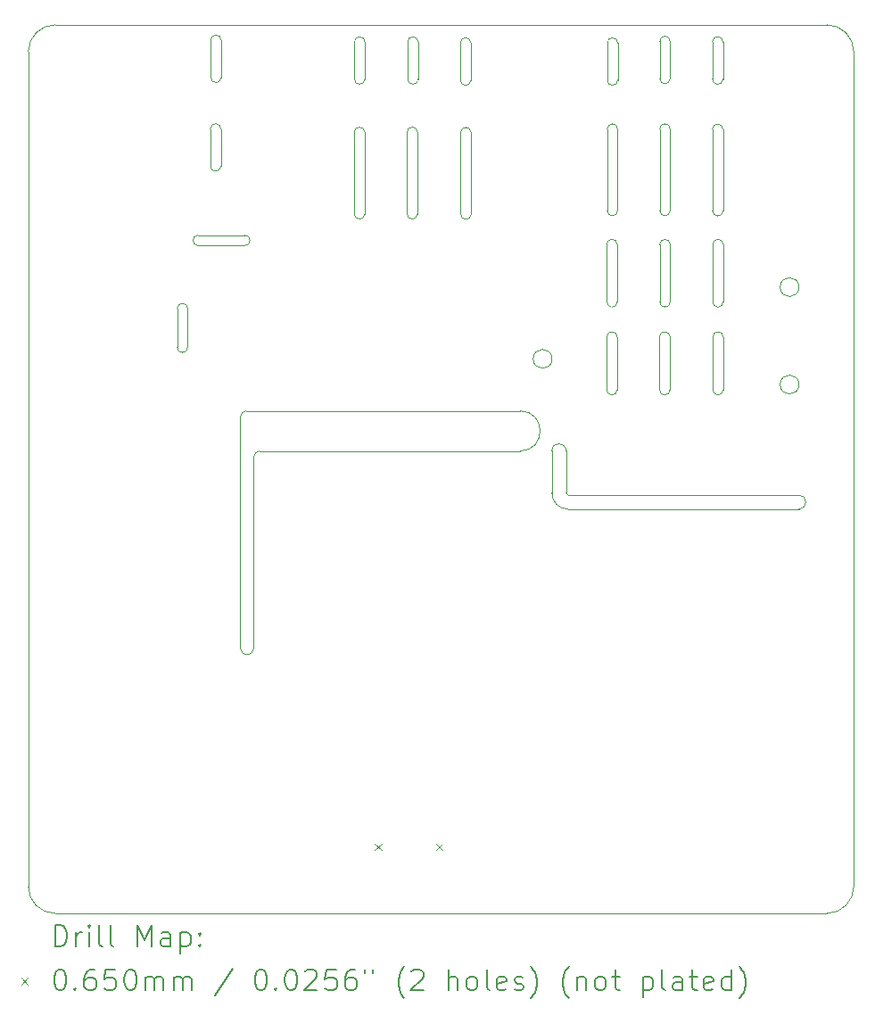
<source format=gbr>
%TF.GenerationSoftware,KiCad,Pcbnew,(6.0.7)*%
%TF.CreationDate,2022-10-04T23:11:30+02:00*%
%TF.ProjectId,hamodule,68616d6f-6475-46c6-952e-6b696361645f,20221004.21*%
%TF.SameCoordinates,Original*%
%TF.FileFunction,Drillmap*%
%TF.FilePolarity,Positive*%
%FSLAX45Y45*%
G04 Gerber Fmt 4.5, Leading zero omitted, Abs format (unit mm)*
G04 Created by KiCad (PCBNEW (6.0.7)) date 2022-10-04 23:11:30*
%MOMM*%
%LPD*%
G01*
G04 APERTURE LIST*
%ADD10C,0.050000*%
%ADD11C,0.100000*%
%ADD12C,0.200000*%
%ADD13C,0.065000*%
G04 APERTURE END LIST*
D10*
X10668050Y-11550650D02*
G75*
G03*
X10922050Y-11296650I0J254000D01*
G01*
X10922050Y-11296650D02*
X10922050Y-3371850D01*
X6753950Y-11550850D02*
X3340150Y-11550850D01*
X10402450Y-5607050D02*
G75*
G03*
X10402450Y-5607050I-90000J0D01*
G01*
D11*
X7753950Y-7162800D02*
X5281980Y-7162800D01*
D10*
X10668050Y-3117850D02*
X3340150Y-3117850D01*
D11*
X5154980Y-6781800D02*
X7753950Y-6781800D01*
D10*
X3086150Y-11296650D02*
X3086150Y-3371850D01*
X7753950Y-7162800D02*
G75*
G03*
X7753950Y-6781800I0J190500D01*
G01*
X3086150Y-11296650D02*
G75*
G03*
X3340150Y-11550850I254200J0D01*
G01*
X10668050Y-11550650D02*
X6753950Y-11550850D01*
X10922050Y-3371850D02*
G75*
G03*
X10668050Y-3117850I-254000J0D01*
G01*
X9179905Y-5746455D02*
X9179905Y-5203485D01*
X9580340Y-3280410D02*
X9580340Y-3631250D01*
X8058030Y-6287770D02*
G75*
G03*
X8058030Y-6287770I-90000J0D01*
G01*
X6680475Y-4137930D02*
X6680475Y-4910675D01*
X6181820Y-3280410D02*
X6181820Y-3631250D01*
X8055888Y-7560500D02*
G75*
G03*
X8210300Y-7714912I154412J0D01*
G01*
X8582120Y-3641410D02*
G75*
G03*
X8681770Y-3641410I49825J0D01*
G01*
X8577335Y-5203485D02*
X8577335Y-5746455D01*
X8681770Y-3290570D02*
G75*
G03*
X8582120Y-3290570I-49825J0D01*
G01*
X4815300Y-4105910D02*
X4815300Y-4456750D01*
X8676985Y-5746455D02*
X8676985Y-5203485D01*
X8577335Y-6580500D02*
G75*
G03*
X8676985Y-6580500I49825J0D01*
G01*
X6687280Y-3631250D02*
G75*
G03*
X6786930Y-3631250I49825J0D01*
G01*
X9580635Y-4881490D02*
G75*
G03*
X9680285Y-4881490I49825J0D01*
G01*
X6780125Y-4137930D02*
G75*
G03*
X6680475Y-4137930I-49825J0D01*
G01*
X5154980Y-6781800D02*
G75*
G03*
X5099100Y-6837680I0J-55880D01*
G01*
X10402450Y-6531610D02*
G75*
G03*
X10402450Y-6531610I-90000J0D01*
G01*
X9682825Y-5746455D02*
X9682825Y-5203485D01*
X9080255Y-5746455D02*
G75*
G03*
X9179905Y-5746455I49825J0D01*
G01*
X6786930Y-3280410D02*
G75*
G03*
X6687280Y-3280410I-49825J0D01*
G01*
X9580340Y-3631250D02*
G75*
G03*
X9679990Y-3631250I49825J0D01*
G01*
X5141538Y-5113938D02*
X4698363Y-5113938D01*
X8676985Y-5203485D02*
G75*
G03*
X8577335Y-5203485I-49825J0D01*
G01*
X9580635Y-4108745D02*
X9580635Y-4881490D01*
X9680285Y-4881490D02*
X9680285Y-4108745D01*
X7187660Y-3290570D02*
X7187660Y-3641410D01*
D11*
X8210300Y-7580292D02*
X10400187Y-7580292D01*
D10*
X8190508Y-7160500D02*
G75*
G03*
X8055888Y-7160500I-67310J-3D01*
G01*
X9077715Y-6080500D02*
X9077715Y-6580500D01*
X5281980Y-7162800D02*
G75*
G03*
X5226100Y-7218680I-10J-55870D01*
G01*
X9682825Y-5203485D02*
G75*
G03*
X9583175Y-5203485I-49825J0D01*
G01*
X5099100Y-6837680D02*
X5099100Y-9034780D01*
X7290125Y-4140500D02*
G75*
G03*
X7190475Y-4140500I-49825J0D01*
G01*
X8580950Y-4107570D02*
X8580950Y-4880315D01*
X6180475Y-4910675D02*
G75*
G03*
X6280125Y-4910675I49825J0D01*
G01*
X7190475Y-4140500D02*
X7190475Y-4913245D01*
X4817950Y-3615690D02*
G75*
G03*
X4917600Y-3615690I49825J0D01*
G01*
X6181820Y-3631250D02*
G75*
G03*
X6281470Y-3631250I49825J0D01*
G01*
X9179610Y-3626170D02*
X9179610Y-3275330D01*
X9682825Y-6580500D02*
X9682825Y-6080500D01*
X8577335Y-6080500D02*
X8577335Y-6580500D01*
X9680285Y-4108745D02*
G75*
G03*
X9580635Y-4108745I-49825J0D01*
G01*
X8582120Y-3290570D02*
X8582120Y-3641410D01*
X9583175Y-6080500D02*
X9583175Y-6580500D01*
X4499660Y-6178375D02*
G75*
G03*
X4599310Y-6178375I49825J0D01*
G01*
D11*
X10400187Y-7714912D02*
X8210300Y-7714912D01*
D10*
X9179905Y-4878950D02*
X9179905Y-4106205D01*
X8580950Y-4880315D02*
G75*
G03*
X8680600Y-4880315I49825J0D01*
G01*
X4917600Y-3264850D02*
G75*
G03*
X4817950Y-3264850I-49825J0D01*
G01*
X6680475Y-4910675D02*
G75*
G03*
X6780125Y-4910675I49825J0D01*
G01*
X4917600Y-3615690D02*
X4917600Y-3264850D01*
X5141538Y-5213583D02*
G75*
G03*
X5141538Y-5113938I3J49823D01*
G01*
X4914950Y-4456750D02*
X4914950Y-4105910D01*
X8680600Y-4880315D02*
X8680600Y-4107570D01*
X4914950Y-4105910D02*
G75*
G03*
X4815300Y-4105910I-49825J0D01*
G01*
X4815300Y-4456750D02*
G75*
G03*
X4914950Y-4456750I49825J0D01*
G01*
X7287310Y-3641410D02*
X7287310Y-3290570D01*
X6687280Y-3280410D02*
X6687280Y-3631250D01*
X9080255Y-5203485D02*
X9080255Y-5746455D01*
X7287310Y-3290570D02*
G75*
G03*
X7187660Y-3290570I-49825J0D01*
G01*
X8577335Y-5746455D02*
G75*
G03*
X8676985Y-5746455I49825J0D01*
G01*
X3340150Y-3117850D02*
G75*
G03*
X3086150Y-3371850I0J-254000D01*
G01*
X4698363Y-5113933D02*
G75*
G03*
X4698363Y-5213588I-3J-49828D01*
G01*
X4499660Y-5810425D02*
X4499660Y-6178375D01*
X9080255Y-4106205D02*
X9080255Y-4878950D01*
X6786930Y-3631250D02*
X6786930Y-3280410D01*
X6280125Y-4137930D02*
G75*
G03*
X6180475Y-4137930I-49825J0D01*
G01*
X9179905Y-5203485D02*
G75*
G03*
X9080255Y-5203485I-49825J0D01*
G01*
X9079960Y-3626170D02*
G75*
G03*
X9179610Y-3626170I49825J0D01*
G01*
X9179610Y-3275330D02*
G75*
G03*
X9079960Y-3275330I-49825J0D01*
G01*
X5099100Y-9034780D02*
G75*
G03*
X5226100Y-9034780I63500J1561D01*
G01*
X9682825Y-6080500D02*
G75*
G03*
X9583175Y-6080500I-49825J0D01*
G01*
X9583175Y-5746455D02*
G75*
G03*
X9682825Y-5746455I49825J0D01*
G01*
X9080255Y-4878950D02*
G75*
G03*
X9179905Y-4878950I49825J0D01*
G01*
X8190508Y-7560500D02*
G75*
G03*
X8210300Y-7580292I19792J0D01*
G01*
X9077715Y-6580500D02*
G75*
G03*
X9177365Y-6580500I49825J0D01*
G01*
X9679990Y-3631250D02*
X9679990Y-3280410D01*
X9179905Y-4106205D02*
G75*
G03*
X9080255Y-4106205I-49825J0D01*
G01*
X6281470Y-3280410D02*
G75*
G03*
X6181820Y-3280410I-49825J0D01*
G01*
X6281470Y-3631250D02*
X6281470Y-3280410D01*
X4817950Y-3264850D02*
X4817950Y-3615690D01*
X7190475Y-4913245D02*
G75*
G03*
X7290125Y-4913245I49825J0D01*
G01*
X9583175Y-5203485D02*
X9583175Y-5746455D01*
X8676985Y-6580500D02*
X8676985Y-6080500D01*
X8055888Y-7560500D02*
X8055888Y-7160500D01*
X4599310Y-5810425D02*
G75*
G03*
X4499660Y-5810425I-49825J0D01*
G01*
X6280125Y-4910675D02*
X6280125Y-4137930D01*
X10400187Y-7714908D02*
G75*
G03*
X10400187Y-7580292I3J67308D01*
G01*
X8190508Y-7160500D02*
X8190508Y-7560500D01*
X8676985Y-6080500D02*
G75*
G03*
X8577335Y-6080500I-49825J0D01*
G01*
X9177365Y-6080500D02*
G75*
G03*
X9077715Y-6080500I-49825J0D01*
G01*
X9679990Y-3280410D02*
G75*
G03*
X9580340Y-3280410I-49825J0D01*
G01*
X7187660Y-3641410D02*
G75*
G03*
X7287310Y-3641410I49825J0D01*
G01*
X4599310Y-6178375D02*
X4599310Y-5810425D01*
X9079960Y-3275330D02*
X9079960Y-3626170D01*
X9177365Y-6580500D02*
X9177365Y-6080500D01*
X8681770Y-3641410D02*
X8681770Y-3290570D01*
X6780125Y-4910675D02*
X6780125Y-4137930D01*
X5226100Y-9034780D02*
X5226100Y-7218680D01*
X4698363Y-5213588D02*
X5141538Y-5213588D01*
X6180475Y-4137930D02*
X6180475Y-4910675D01*
X8680600Y-4107570D02*
G75*
G03*
X8580950Y-4107570I-49825J0D01*
G01*
X7290125Y-4913245D02*
X7290125Y-4140500D01*
X9583175Y-6580500D02*
G75*
G03*
X9682825Y-6580500I49825J0D01*
G01*
D12*
D13*
X6376100Y-10888090D02*
X6441100Y-10953090D01*
X6441100Y-10888090D02*
X6376100Y-10953090D01*
X6954100Y-10888090D02*
X7019100Y-10953090D01*
X7019100Y-10888090D02*
X6954100Y-10953090D01*
D12*
X3341269Y-11863826D02*
X3341269Y-11663826D01*
X3388888Y-11663826D01*
X3417459Y-11673350D01*
X3436507Y-11692398D01*
X3446031Y-11711445D01*
X3455555Y-11749540D01*
X3455555Y-11778112D01*
X3446031Y-11816207D01*
X3436507Y-11835255D01*
X3417459Y-11854302D01*
X3388888Y-11863826D01*
X3341269Y-11863826D01*
X3541269Y-11863826D02*
X3541269Y-11730493D01*
X3541269Y-11768588D02*
X3550793Y-11749540D01*
X3560317Y-11740017D01*
X3579364Y-11730493D01*
X3598412Y-11730493D01*
X3665078Y-11863826D02*
X3665078Y-11730493D01*
X3665078Y-11663826D02*
X3655555Y-11673350D01*
X3665078Y-11682874D01*
X3674602Y-11673350D01*
X3665078Y-11663826D01*
X3665078Y-11682874D01*
X3788888Y-11863826D02*
X3769840Y-11854302D01*
X3760317Y-11835255D01*
X3760317Y-11663826D01*
X3893650Y-11863826D02*
X3874602Y-11854302D01*
X3865078Y-11835255D01*
X3865078Y-11663826D01*
X4122221Y-11863826D02*
X4122221Y-11663826D01*
X4188888Y-11806683D01*
X4255555Y-11663826D01*
X4255555Y-11863826D01*
X4436507Y-11863826D02*
X4436507Y-11759064D01*
X4426983Y-11740017D01*
X4407936Y-11730493D01*
X4369840Y-11730493D01*
X4350793Y-11740017D01*
X4436507Y-11854302D02*
X4417460Y-11863826D01*
X4369840Y-11863826D01*
X4350793Y-11854302D01*
X4341269Y-11835255D01*
X4341269Y-11816207D01*
X4350793Y-11797159D01*
X4369840Y-11787636D01*
X4417460Y-11787636D01*
X4436507Y-11778112D01*
X4531745Y-11730493D02*
X4531745Y-11930493D01*
X4531745Y-11740017D02*
X4550793Y-11730493D01*
X4588888Y-11730493D01*
X4607936Y-11740017D01*
X4617460Y-11749540D01*
X4626983Y-11768588D01*
X4626983Y-11825731D01*
X4617460Y-11844778D01*
X4607936Y-11854302D01*
X4588888Y-11863826D01*
X4550793Y-11863826D01*
X4531745Y-11854302D01*
X4712698Y-11844778D02*
X4722221Y-11854302D01*
X4712698Y-11863826D01*
X4703174Y-11854302D01*
X4712698Y-11844778D01*
X4712698Y-11863826D01*
X4712698Y-11740017D02*
X4722221Y-11749540D01*
X4712698Y-11759064D01*
X4703174Y-11749540D01*
X4712698Y-11740017D01*
X4712698Y-11759064D01*
D13*
X3018650Y-12160850D02*
X3083650Y-12225850D01*
X3083650Y-12160850D02*
X3018650Y-12225850D01*
D12*
X3379364Y-12083826D02*
X3398412Y-12083826D01*
X3417459Y-12093350D01*
X3426983Y-12102874D01*
X3436507Y-12121921D01*
X3446031Y-12160017D01*
X3446031Y-12207636D01*
X3436507Y-12245731D01*
X3426983Y-12264778D01*
X3417459Y-12274302D01*
X3398412Y-12283826D01*
X3379364Y-12283826D01*
X3360317Y-12274302D01*
X3350793Y-12264778D01*
X3341269Y-12245731D01*
X3331745Y-12207636D01*
X3331745Y-12160017D01*
X3341269Y-12121921D01*
X3350793Y-12102874D01*
X3360317Y-12093350D01*
X3379364Y-12083826D01*
X3531745Y-12264778D02*
X3541269Y-12274302D01*
X3531745Y-12283826D01*
X3522221Y-12274302D01*
X3531745Y-12264778D01*
X3531745Y-12283826D01*
X3712698Y-12083826D02*
X3674602Y-12083826D01*
X3655555Y-12093350D01*
X3646031Y-12102874D01*
X3626983Y-12131445D01*
X3617459Y-12169540D01*
X3617459Y-12245731D01*
X3626983Y-12264778D01*
X3636507Y-12274302D01*
X3655555Y-12283826D01*
X3693650Y-12283826D01*
X3712698Y-12274302D01*
X3722221Y-12264778D01*
X3731745Y-12245731D01*
X3731745Y-12198112D01*
X3722221Y-12179064D01*
X3712698Y-12169540D01*
X3693650Y-12160017D01*
X3655555Y-12160017D01*
X3636507Y-12169540D01*
X3626983Y-12179064D01*
X3617459Y-12198112D01*
X3912698Y-12083826D02*
X3817459Y-12083826D01*
X3807936Y-12179064D01*
X3817459Y-12169540D01*
X3836507Y-12160017D01*
X3884126Y-12160017D01*
X3903174Y-12169540D01*
X3912698Y-12179064D01*
X3922221Y-12198112D01*
X3922221Y-12245731D01*
X3912698Y-12264778D01*
X3903174Y-12274302D01*
X3884126Y-12283826D01*
X3836507Y-12283826D01*
X3817459Y-12274302D01*
X3807936Y-12264778D01*
X4046031Y-12083826D02*
X4065078Y-12083826D01*
X4084126Y-12093350D01*
X4093650Y-12102874D01*
X4103174Y-12121921D01*
X4112698Y-12160017D01*
X4112698Y-12207636D01*
X4103174Y-12245731D01*
X4093650Y-12264778D01*
X4084126Y-12274302D01*
X4065078Y-12283826D01*
X4046031Y-12283826D01*
X4026983Y-12274302D01*
X4017459Y-12264778D01*
X4007936Y-12245731D01*
X3998412Y-12207636D01*
X3998412Y-12160017D01*
X4007936Y-12121921D01*
X4017459Y-12102874D01*
X4026983Y-12093350D01*
X4046031Y-12083826D01*
X4198412Y-12283826D02*
X4198412Y-12150493D01*
X4198412Y-12169540D02*
X4207936Y-12160017D01*
X4226983Y-12150493D01*
X4255555Y-12150493D01*
X4274602Y-12160017D01*
X4284126Y-12179064D01*
X4284126Y-12283826D01*
X4284126Y-12179064D02*
X4293650Y-12160017D01*
X4312698Y-12150493D01*
X4341269Y-12150493D01*
X4360317Y-12160017D01*
X4369840Y-12179064D01*
X4369840Y-12283826D01*
X4465079Y-12283826D02*
X4465079Y-12150493D01*
X4465079Y-12169540D02*
X4474602Y-12160017D01*
X4493650Y-12150493D01*
X4522221Y-12150493D01*
X4541269Y-12160017D01*
X4550793Y-12179064D01*
X4550793Y-12283826D01*
X4550793Y-12179064D02*
X4560317Y-12160017D01*
X4579364Y-12150493D01*
X4607936Y-12150493D01*
X4626983Y-12160017D01*
X4636507Y-12179064D01*
X4636507Y-12283826D01*
X5026983Y-12074302D02*
X4855555Y-12331445D01*
X5284126Y-12083826D02*
X5303174Y-12083826D01*
X5322221Y-12093350D01*
X5331745Y-12102874D01*
X5341269Y-12121921D01*
X5350793Y-12160017D01*
X5350793Y-12207636D01*
X5341269Y-12245731D01*
X5331745Y-12264778D01*
X5322221Y-12274302D01*
X5303174Y-12283826D01*
X5284126Y-12283826D01*
X5265079Y-12274302D01*
X5255555Y-12264778D01*
X5246031Y-12245731D01*
X5236507Y-12207636D01*
X5236507Y-12160017D01*
X5246031Y-12121921D01*
X5255555Y-12102874D01*
X5265079Y-12093350D01*
X5284126Y-12083826D01*
X5436507Y-12264778D02*
X5446031Y-12274302D01*
X5436507Y-12283826D01*
X5426983Y-12274302D01*
X5436507Y-12264778D01*
X5436507Y-12283826D01*
X5569840Y-12083826D02*
X5588888Y-12083826D01*
X5607936Y-12093350D01*
X5617459Y-12102874D01*
X5626983Y-12121921D01*
X5636507Y-12160017D01*
X5636507Y-12207636D01*
X5626983Y-12245731D01*
X5617459Y-12264778D01*
X5607936Y-12274302D01*
X5588888Y-12283826D01*
X5569840Y-12283826D01*
X5550793Y-12274302D01*
X5541269Y-12264778D01*
X5531745Y-12245731D01*
X5522221Y-12207636D01*
X5522221Y-12160017D01*
X5531745Y-12121921D01*
X5541269Y-12102874D01*
X5550793Y-12093350D01*
X5569840Y-12083826D01*
X5712698Y-12102874D02*
X5722221Y-12093350D01*
X5741269Y-12083826D01*
X5788888Y-12083826D01*
X5807936Y-12093350D01*
X5817459Y-12102874D01*
X5826983Y-12121921D01*
X5826983Y-12140969D01*
X5817459Y-12169540D01*
X5703174Y-12283826D01*
X5826983Y-12283826D01*
X6007936Y-12083826D02*
X5912698Y-12083826D01*
X5903174Y-12179064D01*
X5912698Y-12169540D01*
X5931745Y-12160017D01*
X5979364Y-12160017D01*
X5998412Y-12169540D01*
X6007936Y-12179064D01*
X6017459Y-12198112D01*
X6017459Y-12245731D01*
X6007936Y-12264778D01*
X5998412Y-12274302D01*
X5979364Y-12283826D01*
X5931745Y-12283826D01*
X5912698Y-12274302D01*
X5903174Y-12264778D01*
X6188888Y-12083826D02*
X6150793Y-12083826D01*
X6131745Y-12093350D01*
X6122221Y-12102874D01*
X6103174Y-12131445D01*
X6093650Y-12169540D01*
X6093650Y-12245731D01*
X6103174Y-12264778D01*
X6112698Y-12274302D01*
X6131745Y-12283826D01*
X6169840Y-12283826D01*
X6188888Y-12274302D01*
X6198412Y-12264778D01*
X6207936Y-12245731D01*
X6207936Y-12198112D01*
X6198412Y-12179064D01*
X6188888Y-12169540D01*
X6169840Y-12160017D01*
X6131745Y-12160017D01*
X6112698Y-12169540D01*
X6103174Y-12179064D01*
X6093650Y-12198112D01*
X6284126Y-12083826D02*
X6284126Y-12121921D01*
X6360317Y-12083826D02*
X6360317Y-12121921D01*
X6655555Y-12360017D02*
X6646031Y-12350493D01*
X6626983Y-12321921D01*
X6617459Y-12302874D01*
X6607936Y-12274302D01*
X6598412Y-12226683D01*
X6598412Y-12188588D01*
X6607936Y-12140969D01*
X6617459Y-12112398D01*
X6626983Y-12093350D01*
X6646031Y-12064778D01*
X6655555Y-12055255D01*
X6722221Y-12102874D02*
X6731745Y-12093350D01*
X6750793Y-12083826D01*
X6798412Y-12083826D01*
X6817459Y-12093350D01*
X6826983Y-12102874D01*
X6836507Y-12121921D01*
X6836507Y-12140969D01*
X6826983Y-12169540D01*
X6712698Y-12283826D01*
X6836507Y-12283826D01*
X7074602Y-12283826D02*
X7074602Y-12083826D01*
X7160317Y-12283826D02*
X7160317Y-12179064D01*
X7150793Y-12160017D01*
X7131745Y-12150493D01*
X7103174Y-12150493D01*
X7084126Y-12160017D01*
X7074602Y-12169540D01*
X7284126Y-12283826D02*
X7265078Y-12274302D01*
X7255555Y-12264778D01*
X7246031Y-12245731D01*
X7246031Y-12188588D01*
X7255555Y-12169540D01*
X7265078Y-12160017D01*
X7284126Y-12150493D01*
X7312698Y-12150493D01*
X7331745Y-12160017D01*
X7341269Y-12169540D01*
X7350793Y-12188588D01*
X7350793Y-12245731D01*
X7341269Y-12264778D01*
X7331745Y-12274302D01*
X7312698Y-12283826D01*
X7284126Y-12283826D01*
X7465078Y-12283826D02*
X7446031Y-12274302D01*
X7436507Y-12255255D01*
X7436507Y-12083826D01*
X7617459Y-12274302D02*
X7598412Y-12283826D01*
X7560317Y-12283826D01*
X7541269Y-12274302D01*
X7531745Y-12255255D01*
X7531745Y-12179064D01*
X7541269Y-12160017D01*
X7560317Y-12150493D01*
X7598412Y-12150493D01*
X7617459Y-12160017D01*
X7626983Y-12179064D01*
X7626983Y-12198112D01*
X7531745Y-12217159D01*
X7703174Y-12274302D02*
X7722221Y-12283826D01*
X7760317Y-12283826D01*
X7779364Y-12274302D01*
X7788888Y-12255255D01*
X7788888Y-12245731D01*
X7779364Y-12226683D01*
X7760317Y-12217159D01*
X7731745Y-12217159D01*
X7712698Y-12207636D01*
X7703174Y-12188588D01*
X7703174Y-12179064D01*
X7712698Y-12160017D01*
X7731745Y-12150493D01*
X7760317Y-12150493D01*
X7779364Y-12160017D01*
X7855555Y-12360017D02*
X7865078Y-12350493D01*
X7884126Y-12321921D01*
X7893650Y-12302874D01*
X7903174Y-12274302D01*
X7912698Y-12226683D01*
X7912698Y-12188588D01*
X7903174Y-12140969D01*
X7893650Y-12112398D01*
X7884126Y-12093350D01*
X7865078Y-12064778D01*
X7855555Y-12055255D01*
X8217459Y-12360017D02*
X8207936Y-12350493D01*
X8188888Y-12321921D01*
X8179364Y-12302874D01*
X8169840Y-12274302D01*
X8160317Y-12226683D01*
X8160317Y-12188588D01*
X8169840Y-12140969D01*
X8179364Y-12112398D01*
X8188888Y-12093350D01*
X8207936Y-12064778D01*
X8217459Y-12055255D01*
X8293650Y-12150493D02*
X8293650Y-12283826D01*
X8293650Y-12169540D02*
X8303174Y-12160017D01*
X8322221Y-12150493D01*
X8350793Y-12150493D01*
X8369840Y-12160017D01*
X8379364Y-12179064D01*
X8379364Y-12283826D01*
X8503174Y-12283826D02*
X8484126Y-12274302D01*
X8474602Y-12264778D01*
X8465079Y-12245731D01*
X8465079Y-12188588D01*
X8474602Y-12169540D01*
X8484126Y-12160017D01*
X8503174Y-12150493D01*
X8531745Y-12150493D01*
X8550793Y-12160017D01*
X8560317Y-12169540D01*
X8569840Y-12188588D01*
X8569840Y-12245731D01*
X8560317Y-12264778D01*
X8550793Y-12274302D01*
X8531745Y-12283826D01*
X8503174Y-12283826D01*
X8626983Y-12150493D02*
X8703174Y-12150493D01*
X8655555Y-12083826D02*
X8655555Y-12255255D01*
X8665079Y-12274302D01*
X8684126Y-12283826D01*
X8703174Y-12283826D01*
X8922221Y-12150493D02*
X8922221Y-12350493D01*
X8922221Y-12160017D02*
X8941269Y-12150493D01*
X8979364Y-12150493D01*
X8998412Y-12160017D01*
X9007936Y-12169540D01*
X9017460Y-12188588D01*
X9017460Y-12245731D01*
X9007936Y-12264778D01*
X8998412Y-12274302D01*
X8979364Y-12283826D01*
X8941269Y-12283826D01*
X8922221Y-12274302D01*
X9131745Y-12283826D02*
X9112698Y-12274302D01*
X9103174Y-12255255D01*
X9103174Y-12083826D01*
X9293650Y-12283826D02*
X9293650Y-12179064D01*
X9284126Y-12160017D01*
X9265079Y-12150493D01*
X9226983Y-12150493D01*
X9207936Y-12160017D01*
X9293650Y-12274302D02*
X9274602Y-12283826D01*
X9226983Y-12283826D01*
X9207936Y-12274302D01*
X9198412Y-12255255D01*
X9198412Y-12236207D01*
X9207936Y-12217159D01*
X9226983Y-12207636D01*
X9274602Y-12207636D01*
X9293650Y-12198112D01*
X9360317Y-12150493D02*
X9436507Y-12150493D01*
X9388888Y-12083826D02*
X9388888Y-12255255D01*
X9398412Y-12274302D01*
X9417460Y-12283826D01*
X9436507Y-12283826D01*
X9579364Y-12274302D02*
X9560317Y-12283826D01*
X9522221Y-12283826D01*
X9503174Y-12274302D01*
X9493650Y-12255255D01*
X9493650Y-12179064D01*
X9503174Y-12160017D01*
X9522221Y-12150493D01*
X9560317Y-12150493D01*
X9579364Y-12160017D01*
X9588888Y-12179064D01*
X9588888Y-12198112D01*
X9493650Y-12217159D01*
X9760317Y-12283826D02*
X9760317Y-12083826D01*
X9760317Y-12274302D02*
X9741269Y-12283826D01*
X9703174Y-12283826D01*
X9684126Y-12274302D01*
X9674602Y-12264778D01*
X9665079Y-12245731D01*
X9665079Y-12188588D01*
X9674602Y-12169540D01*
X9684126Y-12160017D01*
X9703174Y-12150493D01*
X9741269Y-12150493D01*
X9760317Y-12160017D01*
X9836507Y-12360017D02*
X9846031Y-12350493D01*
X9865079Y-12321921D01*
X9874602Y-12302874D01*
X9884126Y-12274302D01*
X9893650Y-12226683D01*
X9893650Y-12188588D01*
X9884126Y-12140969D01*
X9874602Y-12112398D01*
X9865079Y-12093350D01*
X9846031Y-12064778D01*
X9836507Y-12055255D01*
M02*

</source>
